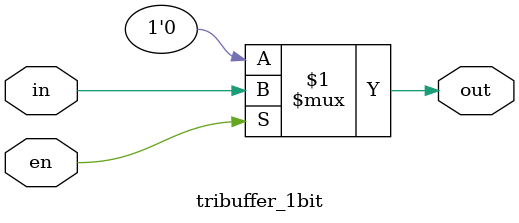
<source format=v>
module tribuffer_1bit(in, en, out);
    input in, en;
    output out;

    assign out = en ? in : 1'b0;

endmodule

</source>
